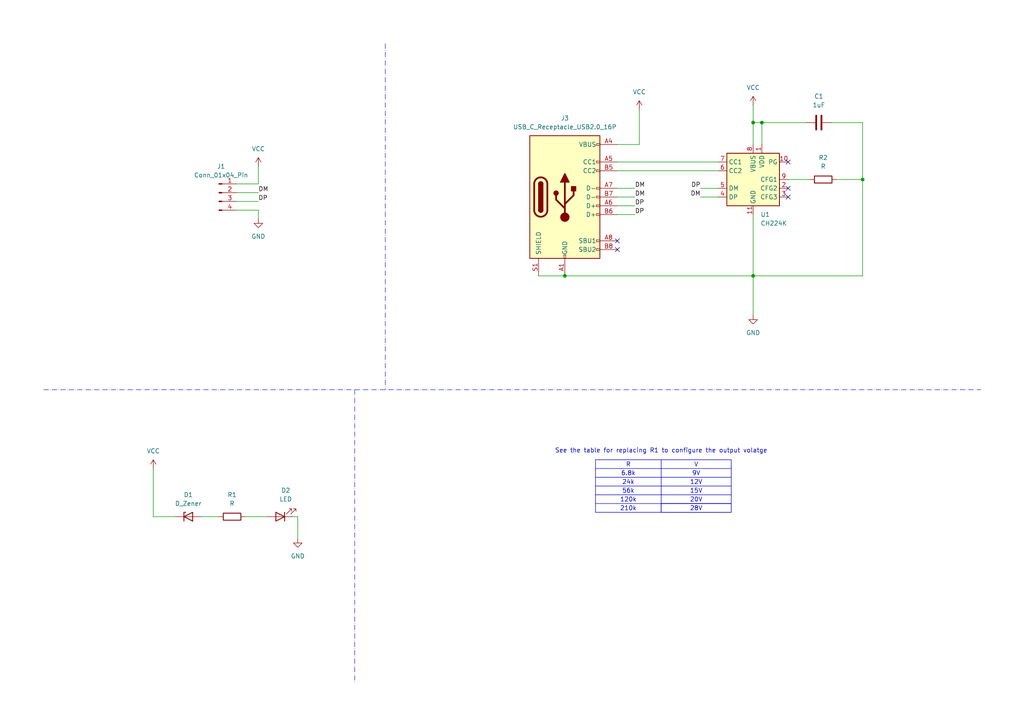
<source format=kicad_sch>
(kicad_sch (version 20250114) (generator "eeschema") (generator_version "9.0")
  (paper "A4")
  (title_block (company "Krysztal Huang <krysztal.huang@outlook.com>"))
  (lib_symbols
    (symbol "Connector:Conn_01x04_Pin" (pin_names (offset 1.016) (hide yes))
      (property "Reference" "J" (at 0 5.08 0))
      (property "Value" "Conn_01x04_Pin" (at 0 -7.62 0))
      (symbol "Conn_01x04_Pin_1_1"
        (rectangle (start 0.8636 2.667) (end 0 2.413) (stroke (width 0.1524)) (fill (type outline)))
        (rectangle (start 0.8636 0.127) (end 0 -0.127) (stroke (width 0.1524)) (fill (type outline)))
        (rectangle (start 0.8636 -2.413) (end 0 -2.667) (stroke (width 0.1524)) (fill (type outline)))
        (rectangle (start 0.8636 -4.953) (end 0 -5.207) (stroke (width 0.1524)) (fill (type outline)))
        (polyline (pts (xy 1.27 2.54) (xy 0.8636 2.54)) (stroke (width 0.1524)))
        (polyline (pts (xy 1.27 0) (xy 0.8636 0)) (stroke (width 0.1524)))
        (polyline (pts (xy 1.27 -2.54) (xy 0.8636 -2.54)) (stroke (width 0.1524)))
        (polyline (pts (xy 1.27 -5.08) (xy 0.8636 -5.08)) (stroke (width 0.1524)))
        (pin passive line (at 5.08 2.54 180) (length 3.81) (name "Pin_1") (number "1"))
        (pin passive line (at 5.08 0 180) (length 3.81) (name "Pin_2") (number "2"))
        (pin passive line (at 5.08 -2.54 180) (length 3.81) (name "Pin_3") (number "3"))
        (pin passive line (at 5.08 -5.08 180) (length 3.81) (name "Pin_4") (number "4"))
      )
    )
    (symbol "Connector:USB_C_Receptacle_USB2.0_16P" (pin_names (offset 1.016))
      (property "Reference" "J" (at 0 22.225 0))
      (property "Value" "USB_C_Receptacle_USB2.0_16P" (at 0 19.685 0))
      (symbol "USB_C_Receptacle_USB2.0_16P_0_0"
        (rectangle (start -0.254 -17.78) (end 0.254 -16.764))
        (rectangle (start 10.16 15.494) (end 9.144 14.986))
        (rectangle (start 10.16 10.414) (end 9.144 9.906))
        (rectangle (start 10.16 7.874) (end 9.144 7.366))
        (rectangle (start 10.16 2.794) (end 9.144 2.286))
        (rectangle (start 10.16 0.254) (end 9.144 -0.254))
        (rectangle (start 10.16 -2.286) (end 9.144 -2.794))
        (rectangle (start 10.16 -4.826) (end 9.144 -5.334))
        (rectangle (start 10.16 -12.446) (end 9.144 -12.954))
        (rectangle (start 10.16 -14.986) (end 9.144 -15.494))
      )
      (symbol "USB_C_Receptacle_USB2.0_16P_0_1"
        (rectangle (start -10.16 17.78) (end 10.16 -17.78) (stroke (width 0.254)) (fill (type background)))
        (polyline (pts (xy -8.89 -3.81) (xy -8.89 3.81)) (stroke (width 0.508)))
        (rectangle (start -7.62 -3.81) (end -6.35 3.81) (stroke (width 0.254)) (fill (type outline)))
        (arc (start -7.62 3.81) (mid -6.985 4.4423) (end -6.35 3.81) (stroke (width 0.254)))
        (arc (start -7.62 3.81) (mid -6.985 4.4423) (end -6.35 3.81) (stroke (width 0.254)) (fill (type outline)))
        (arc (start -8.89 3.81) (mid -6.985 5.7067) (end -5.08 3.81) (stroke (width 0.508)))
        (arc (start -5.08 -3.81) (mid -6.985 -5.7067) (end -8.89 -3.81) (stroke (width 0.508)))
        (arc (start -6.35 -3.81) (mid -6.985 -4.4423) (end -7.62 -3.81) (stroke (width 0.254)))
        (arc (start -6.35 -3.81) (mid -6.985 -4.4423) (end -7.62 -3.81) (stroke (width 0.254)) (fill (type outline)))
        (polyline (pts (xy -5.08 3.81) (xy -5.08 -3.81)) (stroke (width 0.508)))
        (circle (center -2.54 1.143) (radius 0.635) (stroke (width 0.254)) (fill (type outline)))
        (polyline (pts (xy -1.27 4.318) (xy 0 6.858) (xy 1.27 4.318) (xy -1.27 4.318)) (stroke (width 0.254)) (fill (type outline)))
        (polyline (pts (xy 0 -2.032) (xy 2.54 0.508) (xy 2.54 1.778)) (stroke (width 0.508)))
        (polyline (pts (xy 0 -3.302) (xy -2.54 -0.762) (xy -2.54 0.508)) (stroke (width 0.508)))
        (polyline (pts (xy 0 -5.842) (xy 0 4.318)) (stroke (width 0.508)))
        (circle (center 0 -5.842) (radius 1.27) (fill (type outline)))
        (rectangle (start 1.905 1.778) (end 3.175 3.048) (stroke (width 0.254)) (fill (type outline)))
      )
      (symbol "USB_C_Receptacle_USB2.0_16P_1_1"
        (pin passive line (at -7.62 -22.86 90) (length 5.08) (name "SHIELD") (number "S1"))
        (pin passive line (at 0 -22.86 90) (length 5.08) (name "GND") (number "A1"))
        (pin passive line (at 0 -22.86 90) (length 5.08) (hide yes) (name "GND") (number "A12"))
        (pin passive line (at 0 -22.86 90) (length 5.08) (hide yes) (name "GND") (number "B1"))
        (pin passive line (at 0 -22.86 90) (length 5.08) (hide yes) (name "GND") (number "B12"))
        (pin passive line (at 15.24 15.24 180) (length 5.08) (name "VBUS") (number "A4"))
        (pin passive line (at 15.24 15.24 180) (length 5.08) (hide yes) (name "VBUS") (number "A9"))
        (pin passive line (at 15.24 15.24 180) (length 5.08) (hide yes) (name "VBUS") (number "B4"))
        (pin passive line (at 15.24 15.24 180) (length 5.08) (hide yes) (name "VBUS") (number "B9"))
        (pin bidirectional line (at 15.24 10.16 180) (length 5.08) (name "CC1") (number "A5"))
        (pin bidirectional line (at 15.24 7.62 180) (length 5.08) (name "CC2") (number "B5"))
        (pin bidirectional line (at 15.24 2.54 180) (length 5.08) (name "D-") (number "A7"))
        (pin bidirectional line (at 15.24 0 180) (length 5.08) (name "D-") (number "B7"))
        (pin bidirectional line (at 15.24 -2.54 180) (length 5.08) (name "D+") (number "A6"))
        (pin bidirectional line (at 15.24 -5.08 180) (length 5.08) (name "D+") (number "B6"))
        (pin bidirectional line (at 15.24 -12.7 180) (length 5.08) (name "SBU1") (number "A8"))
        (pin bidirectional line (at 15.24 -15.24 180) (length 5.08) (name "SBU2") (number "B8"))
      )
    )
    (symbol "Device:C" (pin_numbers (hide yes)) (pin_names (offset 0.254))
      (property "Reference" "C" (at 0.635 2.54 0))
      (property "Value" "C" (at 0.635 -2.54 0))
      (symbol "C_0_1"
        (polyline (pts (xy -2.032 0.762) (xy 2.032 0.762)) (stroke (width 0.508)))
        (polyline (pts (xy -2.032 -0.762) (xy 2.032 -0.762)) (stroke (width 0.508)))
      )
      (symbol "C_1_1"
        (pin passive line (at 0 3.81 270) (length 2.794) (name "~") (number "1"))
        (pin passive line (at 0 -3.81 90) (length 2.794) (name "~") (number "2"))
      )
    )
    (symbol "Device:D_Zener" (pin_numbers (hide yes)) (pin_names (offset 1.016) (hide yes))
      (property "Reference" "D" (at 0 2.54 0))
      (property "Value" "D_Zener" (at 0 -2.54 0))
      (symbol "D_Zener_0_1"
        (polyline (pts (xy -1.27 -1.27) (xy -1.27 1.27) (xy -0.762 1.27)) (stroke (width 0.254)))
        (polyline (pts (xy 1.27 0) (xy -1.27 0)))
        (polyline (pts (xy 1.27 -1.27) (xy 1.27 1.27) (xy -1.27 0) (xy 1.27 -1.27)) (stroke (width 0.254)))
      )
      (symbol "D_Zener_1_1"
        (pin passive line (at -3.81 0 0) (length 2.54) (name "K") (number "1"))
        (pin passive line (at 3.81 0 180) (length 2.54) (name "A") (number "2"))
      )
    )
    (symbol "Device:LED" (pin_numbers (hide yes)) (pin_names (offset 1.016) (hide yes))
      (property "Reference" "D" (at 0 2.54 0))
      (property "Value" "LED" (at 0 -2.54 0))
      (symbol "LED_0_1"
        (polyline (pts (xy -3.048 -0.762) (xy -4.572 -2.286) (xy -3.81 -2.286) (xy -4.572 -2.286) (xy -4.572 -1.524)))
        (polyline (pts (xy -1.778 -0.762) (xy -3.302 -2.286) (xy -2.54 -2.286) (xy -3.302 -2.286) (xy -3.302 -1.524)))
        (polyline (pts (xy -1.27 0) (xy 1.27 0)))
        (polyline (pts (xy -1.27 -1.27) (xy -1.27 1.27)) (stroke (width 0.254)))
        (polyline (pts (xy 1.27 -1.27) (xy 1.27 1.27) (xy -1.27 0) (xy 1.27 -1.27)) (stroke (width 0.254)))
      )
      (symbol "LED_1_1"
        (pin passive line (at -3.81 0 0) (length 2.54) (name "K") (number "1"))
        (pin passive line (at 3.81 0 180) (length 2.54) (name "A") (number "2"))
      )
    )
    (symbol "Device:R" (pin_numbers (hide yes)) (pin_names (offset 0))
      (property "Reference" "R" (at 2.032 0 90))
      (property "Value" "R" (at 0 0 90))
      (symbol "R_0_1"
        (rectangle (start -1.016 -2.54) (end 1.016 2.54) (stroke (width 0.254)))
      )
      (symbol "R_1_1"
        (pin passive line (at 0 3.81 270) (length 1.27) (name "~") (number "1"))
        (pin passive line (at 0 -3.81 90) (length 1.27) (name "~") (number "2"))
      )
    )
    (symbol "Interface_USB:CH224K"
      (property "Reference" "U" (at -7.874 -8.89 0))
      (property "Value" "CH224K" (at 3.048 -8.89 0))
      (symbol "CH224K_1_1"
        (rectangle (start -7.62 7.62) (end 7.62 -7.62) (stroke (width 0.254)) (fill (type background)))
        (pin bidirectional line (at -10.16 5.08 0) (length 2.54) (name "CC1") (number "7"))
        (pin bidirectional line (at -10.16 2.54 0) (length 2.54) (name "CC2") (number "6"))
        (pin bidirectional line (at -10.16 -2.54 0) (length 2.54) (name "DM") (number "5"))
        (pin bidirectional line (at -10.16 -5.08 0) (length 2.54) (name "DP") (number "4"))
        (pin passive line (at 0 10.16 270) (length 2.54) (name "VBUS") (number "8"))
        (pin power_in line (at 0 -10.16 90) (length 2.54) (name "GND") (number "11"))
        (pin power_in line (at 2.54 10.16 270) (length 2.54) (name "VDD") (number "1"))
        (pin open_collector line (at 10.16 5.08 180) (length 2.54) (name "PG") (number "10"))
        (pin passive line (at 10.16 0 180) (length 2.54) (name "CFG1") (number "9"))
        (pin passive line (at 10.16 -2.54 180) (length 2.54) (name "CFG2") (number "2"))
        (pin passive line (at 10.16 -5.08 180) (length 2.54) (name "CFG3") (number "3"))
      )
    )
    (symbol "power:GND" (power) (pin_numbers (hide yes)) (pin_names (offset 0) (hide yes))
      (property "Value" "GND" (at 0 -3.81 0))
      (symbol "GND_0_1"
        (polyline (pts (xy 0 0) (xy 0 -1.27) (xy 1.27 -1.27) (xy 0 -2.54) (xy -1.27 -1.27) (xy 0 -1.27)))
      )
      (symbol "GND_1_1"
        (pin power_in line (at 0 0 270) (length 0) (name "~") (number "1"))
      )
    )
    (symbol "power:VCC" (power) (pin_numbers (hide yes)) (pin_names (offset 0) (hide yes))
      (property "Value" "VCC" (at 0 3.556 0))
      (symbol "VCC_0_1"
        (polyline (pts (xy -0.762 1.27) (xy 0 2.54)))
        (polyline (pts (xy 0 2.54) (xy 0.762 1.27)))
        (polyline (pts (xy 0 0) (xy 0 2.54)))
      )
      (symbol "VCC_1_1"
        (pin power_in line (at 0 0 90) (length 0) (name "~") (number "1"))
      )
    )
  )
  (text "See the table for replacing R1 to configure the output volatge" (at 191.77 130.81 0) (effects (font (size 1.27 1.27))))
  (junction (at 218.44 80.01))
  (junction (at 250.19 52.07))
  (junction (at 163.83 80.01))
  (junction (at 218.44 35.56))
  (junction (at 220.98 35.56))
  (no_connect (at 228.6 57.15))
  (no_connect (at 179.07 72.39))
  (no_connect (at 228.6 54.61))
  (no_connect (at 179.07 69.85))
  (no_connect (at 228.6 46.99))
  (wire (pts (xy 184.15 59.69) (xy 179.07 59.69)))
  (wire (pts (xy 250.19 52.07) (xy 250.19 80.01)))
  (wire (pts (xy 74.93 55.88) (xy 68.58 55.88)))
  (wire (pts (xy 185.42 41.91) (xy 179.07 41.91)))
  (wire (pts (xy 250.19 80.01) (xy 218.44 80.01)))
  (wire (pts (xy 184.15 57.15) (xy 179.07 57.15)))
  (wire (pts (xy 228.6 52.07) (xy 234.95 52.07)))
  (wire (pts (xy 68.58 60.96) (xy 74.93 60.96)))
  (polyline (pts (xy 102.87 113.03) (xy 102.87 198.12)) (stroke (width 0.127) (type dash_dot)))
  (wire (pts (xy 184.15 62.23) (xy 179.07 62.23)))
  (wire (pts (xy 250.19 35.56) (xy 250.19 52.07)))
  (wire (pts (xy 218.44 35.56) (xy 220.98 35.56)))
  (wire (pts (xy 218.44 62.23) (xy 218.44 80.01)))
  (wire (pts (xy 74.93 60.96) (xy 74.93 63.5)))
  (wire (pts (xy 74.93 58.42) (xy 68.58 58.42)))
  (polyline (pts (xy 111.76 12.7) (xy 111.76 113.03)) (stroke (width 0.127) (type dash_dot)))
  (wire (pts (xy 86.36 149.86) (xy 86.36 156.21)))
  (wire (pts (xy 203.2 57.15) (xy 208.28 57.15)))
  (wire (pts (xy 50.8 149.86) (xy 44.45 149.86)))
  (polyline (pts (xy 12.7 113.03) (xy 284.48 113.03)) (stroke (width 0.127) (type dash_dot)))
  (wire (pts (xy 156.21 80.01) (xy 163.83 80.01)))
  (wire (pts (xy 68.58 53.34) (xy 74.93 53.34)))
  (wire (pts (xy 218.44 35.56) (xy 218.44 41.91)))
  (wire (pts (xy 163.83 80.01) (xy 218.44 80.01)))
  (wire (pts (xy 203.2 54.61) (xy 208.28 54.61)))
  (wire (pts (xy 185.42 31.75) (xy 185.42 41.91)))
  (wire (pts (xy 218.44 30.48) (xy 218.44 35.56)))
  (wire (pts (xy 71.12 149.86) (xy 77.47 149.86)))
  (wire (pts (xy 242.57 52.07) (xy 250.19 52.07)))
  (wire (pts (xy 85.09 149.86) (xy 86.36 149.86)))
  (wire (pts (xy 179.07 46.99) (xy 208.28 46.99)))
  (wire (pts (xy 58.42 149.86) (xy 63.5 149.86)))
  (wire (pts (xy 241.3 35.56) (xy 250.19 35.56)))
  (wire (pts (xy 44.45 135.89) (xy 44.45 149.86)))
  (wire (pts (xy 218.44 80.01) (xy 218.44 91.44)))
  (wire (pts (xy 184.15 54.61) (xy 179.07 54.61)))
  (wire (pts (xy 220.98 35.56) (xy 220.98 41.91)))
  (wire (pts (xy 179.07 49.53) (xy 208.28 49.53)))
  (wire (pts (xy 74.93 53.34) (xy 74.93 48.26)))
  (wire (pts (xy 220.98 35.56) (xy 233.68 35.56)))
  (table (column_count 2) (border (external yes) (header yes)) (separators (rows yes) (cols yes)) (column_widths 19.05 20.32) (row_heights 2.54 2.54 2.54 2.54 2.54 2.54) (cells (table_cell "R" (at 172.72 133.35 0) (size 19.05 2.54) (margins 0.9525 0.9525 0.9525 0.9525) (span 1 1)) (table_cell "V" (at 191.77 133.35 0) (size 20.32 2.54) (margins 0.9525 0.9525 0.9525 0.9525) (span 1 1)) (table_cell "6.8k" (at 172.72 135.89 0) (size 19.05 2.54) (margins 0.9525 0.9525 0.9525 0.9525) (span 1 1)) (table_cell "9V" (at 191.77 135.89 0) (size 20.32 2.54) (margins 0.9525 0.9525 0.9525 0.9525) (span 1 1)) (table_cell "24k" (at 172.72 138.43 0) (size 19.05 2.54) (margins 0.9525 0.9525 0.9525 0.9525) (span 1 1)) (table_cell "12V" (at 191.77 138.43 0) (size 20.32 2.54) (margins 0.9525 0.9525 0.9525 0.9525) (span 1 1)) (table_cell "56k" (at 172.72 140.97 0) (size 19.05 2.54) (margins 0.9525 0.9525 0.9525 0.9525) (span 1 1)) (table_cell "15V" (at 191.77 140.97 0) (size 20.32 2.54) (margins 0.9525 0.9525 0.9525 0.9525) (span 1 1)) (table_cell "120k" (at 172.72 143.51 0) (size 19.05 2.54) (margins 0.9525 0.9525 0.9525 0.9525) (span 1 1)) (table_cell "20V" (at 191.77 143.51 0) (size 20.32 2.54) (margins 0.9525 0.9525 0.9525 0.9525) (span 1 1)) (table_cell "210k" (at 172.72 146.05 0) (size 19.05 2.54) (margins 0.9525 0.9525 0.9525 0.9525) (span 1 1)) (table_cell "28V" (at 191.77 146.05 0) (size 20.32 2.54) (margins 0.9525 0.9525 0.9525 0.9525) (span 1 1))))
  (table (column_count 1) (border (external yes) (header yes)) (separators (rows yes) (cols yes)) (column_widths 20.32) (row_heights 2.54) (cells (table_cell "" (at 191.77 146.05 0) (size 20.32 2.54) (margins 0.9525 0.9525 0.9525 0.9525) (span 1 1))))
  (label "DM" (at 184.15 57.15 0))
  (label "DM" (at 184.15 54.61 0))
  (label "DM" (at 203.2 57.15 180))
  (label "DP" (at 74.93 58.42 0))
  (label "DP" (at 203.2 54.61 180))
  (label "DP" (at 184.15 62.23 0))
  (label "DP" (at 184.15 59.69 0))
  (label "DM" (at 74.93 55.88 0))
  (symbol (lib_id "Device:R") (at 238.76 52.07 90) (unit 1)
    (property "Reference" "R2" (at 238.76 45.72 90))
    (property "Value" "R" (at 238.76 48.26 90))
    (property "Footprint" "Resistor_SMD:R_0603_1608Metric" (effects (hide yes)))
    (property "Description" "Resistor" (effects (hide yes)))
  )
  (symbol (lib_id "power:GND") (at 74.93 63.5 0) (unit 1)
    (property "Reference" "#PWR03" (effects (hide yes)))
    (property "Value" "GND" (at 74.93 68.58 0))
    (property "Description" "Power symbol creates a global label with name \"GND\" , ground" (effects (hide yes)))
  )
  (symbol (lib_id "Connector:USB_C_Receptacle_USB2.0_16P") (at 163.83 57.15 0) (unit 1)
    (property "Reference" "J3" (at 163.83 34.29 0))
    (property "Value" "USB_C_Receptacle_USB2.0_16P" (at 163.83 36.83 0))
    (property "Footprint" "Connector_USB:USB_C_Receptacle_HRO_TYPE-C-31-M-12" (effects (hide yes)))
    (property "Datasheet" "https://www.usb.org/sites/default/files/documents/usb_type-c.zip" (effects (hide yes)))
    (property "Description" "USB 2.0-only 16P Type-C Receptacle connector" (effects (hide yes)))
  )
  (symbol (lib_id "power:VCC") (at 44.45 135.89 0) (unit 1)
    (property "Reference" "#PWR01" (effects (hide yes)))
    (property "Value" "VCC" (at 44.45 130.81 0))
    (property "Description" "Power symbol creates a global label with name \"VCC\"" (effects (hide yes)))
  )
  (symbol (lib_id "Connector:Conn_01x04_Pin") (at 63.5 55.88 0) (unit 1)
    (property "Reference" "J1" (at 64.135 48.26 0))
    (property "Value" "Conn_01x04_Pin" (at 64.135 50.8 0))
    (property "Footprint" "Connector_PinHeader_2.54mm:PinHeader_1x04_P2.54mm_Vertical" (effects (hide yes)))
    (property "Description" "Generic connector, single row, 01x04, script generated" (effects (hide yes)))
  )
  (symbol (lib_id "power:VCC") (at 185.42 31.75 0) (unit 1)
    (property "Reference" "#PWR06" (effects (hide yes)))
    (property "Value" "VCC" (at 185.42 26.67 0))
    (property "Description" "Power symbol creates a global label with name \"VCC\"" (effects (hide yes)))
  )
  (symbol (lib_id "power:GND") (at 86.36 156.21 0) (unit 1)
    (property "Reference" "#PWR05" (effects (hide yes)))
    (property "Value" "GND" (at 86.36 161.29 0))
    (property "Description" "Power symbol creates a global label with name \"GND\" , ground" (effects (hide yes)))
  )
  (symbol (lib_id "Device:C") (at 237.49 35.56 90) (unit 1)
    (property "Reference" "C1" (at 237.49 27.94 90))
    (property "Value" "1uF" (at 237.49 30.48 90))
    (property "Footprint" "Capacitor_SMD:C_0603_1608Metric" (effects (hide yes)))
    (property "Description" "Unpolarized capacitor" (effects (hide yes)))
  )
  (symbol (lib_id "Device:D_Zener") (at 54.61 149.86 0) (unit 1)
    (property "Reference" "D1" (at 54.61 143.51 0))
    (property "Value" "D_Zener" (at 54.61 146.05 0))
    (property "Footprint" "Diode_SMD:D_SOD-323F" (effects (hide yes)))
    (property "Description" "Zener diode" (effects (hide yes)))
  )
  (symbol (lib_id "power:GND") (at 218.44 91.44 0) (unit 1)
    (property "Reference" "#PWR08" (effects (hide yes)))
    (property "Value" "GND" (at 218.44 96.52 0))
    (property "Description" "Power symbol creates a global label with name \"GND\" , ground" (effects (hide yes)))
  )
  (symbol (lib_id "power:VCC") (at 218.44 30.48 0) (unit 1)
    (property "Reference" "#PWR07" (effects (hide yes)))
    (property "Value" "VCC" (at 218.44 25.4 0))
    (property "Description" "Power symbol creates a global label with name \"VCC\"" (effects (hide yes)))
  )
  (symbol (lib_id "power:VCC") (at 74.93 48.26 0) (unit 1)
    (property "Reference" "#PWR02" (effects (hide yes)))
    (property "Value" "VCC" (at 74.93 43.18 0))
    (property "Description" "Power symbol creates a global label with name \"VCC\"" (effects (hide yes)))
  )
  (symbol (lib_id "Device:LED") (at 81.28 149.86 180) (unit 1)
    (property "Reference" "D2" (at 82.8675 142.24 0))
    (property "Value" "LED" (at 82.8675 144.78 0))
    (property "Footprint" "LED_SMD:LED_0603_1608Metric" (effects (hide yes)))
    (property "Description" "Light emitting diode" (effects (hide yes)))
    (property "Sim.Pins" "1=K 2=A" (effects (hide yes)))
  )
  (symbol (lib_id "Device:R") (at 67.31 149.86 270) (unit 1)
    (property "Reference" "R1" (at 67.31 143.51 90))
    (property "Value" "R" (at 67.31 146.05 90))
    (property "Footprint" "Resistor_SMD:R_0603_1608Metric" (effects (hide yes)))
    (property "Description" "Resistor" (effects (hide yes)))
  )
  (symbol (lib_id "Interface_USB:CH224K") (at 218.44 52.07 0) (unit 1)
    (property "Reference" "U1" (at 220.5833 62.23 0) (effects (justify left)))
    (property "Value" "CH224K" (at 220.5833 64.77 0) (effects (justify left)))
    (property "Footprint" "Package_SO:SSOP-10-1EP_3.9x4.9mm_P1mm_EP2.1x3.3mm" (effects (hide yes)))
    (property "Datasheet" "https://www.wch.cn/downloads/file/301.html" (effects (hide yes)))
    (property "Description" "100W USB Type-C PD3.0/2.0, BC1.2 Sink Controller, SSOP-10" (effects (hide yes)))
  )
)
</source>
